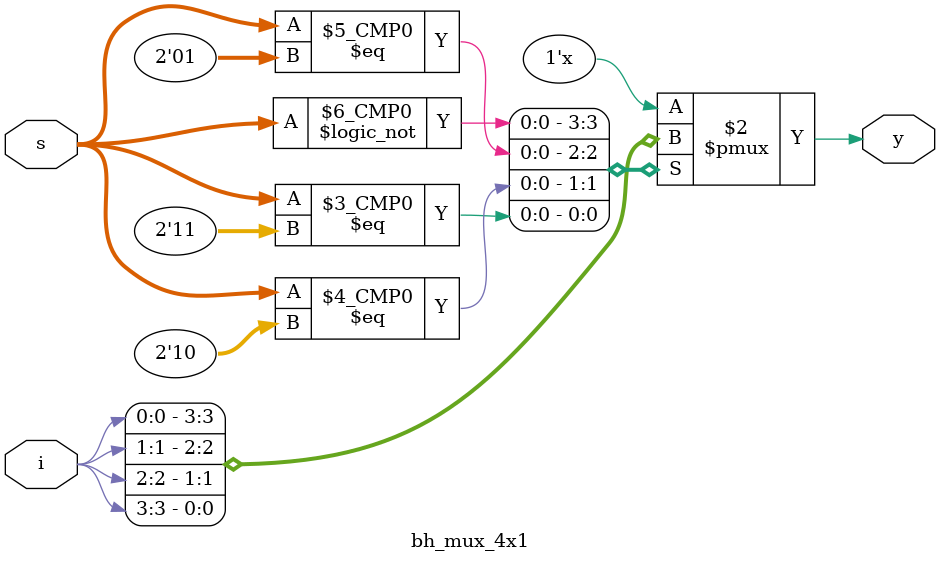
<source format=v>
module bh_mux_4x1(y,i,s);
output y;
input [3:0] i;
input [1:0] s;
reg y;
always@(i or s)
begin
case(s)
2'b00: y=i[0];
2'b01: y=i[1];
2'b10: y=i[2];
2'b11: y=i[3];
endcase
end
endmodule

</source>
